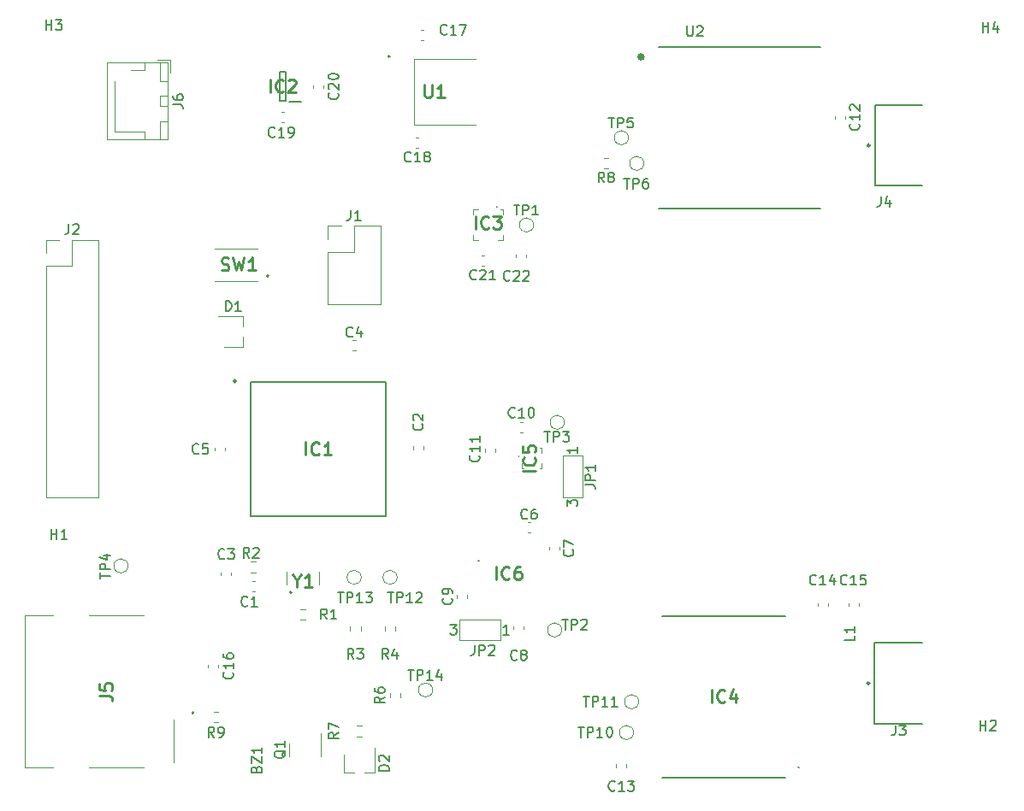
<source format=gto>
%TF.GenerationSoftware,KiCad,Pcbnew,6.0.9-8da3e8f707~116~ubuntu22.04.1*%
%TF.CreationDate,2023-09-17T15:53:30-04:00*%
%TF.ProjectId,Recovery_DoubleStage,5265636f-7665-4727-995f-446f75626c65,rev?*%
%TF.SameCoordinates,Original*%
%TF.FileFunction,Legend,Top*%
%TF.FilePolarity,Positive*%
%FSLAX46Y46*%
G04 Gerber Fmt 4.6, Leading zero omitted, Abs format (unit mm)*
G04 Created by KiCad (PCBNEW 6.0.9-8da3e8f707~116~ubuntu22.04.1) date 2023-09-17 15:53:30*
%MOMM*%
%LPD*%
G01*
G04 APERTURE LIST*
%ADD10C,0.150000*%
%ADD11C,0.254000*%
%ADD12C,0.120000*%
%ADD13C,0.200000*%
%ADD14C,0.250000*%
%ADD15C,0.100000*%
%ADD16C,0.010000*%
G04 APERTURE END LIST*
D10*
%TO.C,J6*%
X28266980Y-21598533D02*
X28981266Y-21598533D01*
X29124123Y-21646152D01*
X29219361Y-21741390D01*
X29266980Y-21884247D01*
X29266980Y-21979485D01*
X28266980Y-20693771D02*
X28266980Y-20884247D01*
X28314600Y-20979485D01*
X28362219Y-21027104D01*
X28505076Y-21122342D01*
X28695552Y-21169961D01*
X29076504Y-21169961D01*
X29171742Y-21122342D01*
X29219361Y-21074723D01*
X29266980Y-20979485D01*
X29266980Y-20789009D01*
X29219361Y-20693771D01*
X29171742Y-20646152D01*
X29076504Y-20598533D01*
X28838409Y-20598533D01*
X28743171Y-20646152D01*
X28695552Y-20693771D01*
X28647933Y-20789009D01*
X28647933Y-20979485D01*
X28695552Y-21074723D01*
X28743171Y-21122342D01*
X28838409Y-21169961D01*
%TO.C,C15*%
X94962742Y-69090142D02*
X94915123Y-69137761D01*
X94772266Y-69185380D01*
X94677028Y-69185380D01*
X94534171Y-69137761D01*
X94438933Y-69042523D01*
X94391314Y-68947285D01*
X94343695Y-68756809D01*
X94343695Y-68613952D01*
X94391314Y-68423476D01*
X94438933Y-68328238D01*
X94534171Y-68233000D01*
X94677028Y-68185380D01*
X94772266Y-68185380D01*
X94915123Y-68233000D01*
X94962742Y-68280619D01*
X95915123Y-69185380D02*
X95343695Y-69185380D01*
X95629409Y-69185380D02*
X95629409Y-68185380D01*
X95534171Y-68328238D01*
X95438933Y-68423476D01*
X95343695Y-68471095D01*
X96819885Y-68185380D02*
X96343695Y-68185380D01*
X96296076Y-68661571D01*
X96343695Y-68613952D01*
X96438933Y-68566333D01*
X96677028Y-68566333D01*
X96772266Y-68613952D01*
X96819885Y-68661571D01*
X96867504Y-68756809D01*
X96867504Y-68994904D01*
X96819885Y-69090142D01*
X96772266Y-69137761D01*
X96677028Y-69185380D01*
X96438933Y-69185380D01*
X96343695Y-69137761D01*
X96296076Y-69090142D01*
D11*
%TO.C,IC1*%
X41400238Y-56324523D02*
X41400238Y-55054523D01*
X42730714Y-56203571D02*
X42670238Y-56264047D01*
X42488809Y-56324523D01*
X42367857Y-56324523D01*
X42186428Y-56264047D01*
X42065476Y-56143095D01*
X42005000Y-56022142D01*
X41944523Y-55780238D01*
X41944523Y-55598809D01*
X42005000Y-55356904D01*
X42065476Y-55235952D01*
X42186428Y-55115000D01*
X42367857Y-55054523D01*
X42488809Y-55054523D01*
X42670238Y-55115000D01*
X42730714Y-55175476D01*
X43940238Y-56324523D02*
X43214523Y-56324523D01*
X43577380Y-56324523D02*
X43577380Y-55054523D01*
X43456428Y-55235952D01*
X43335476Y-55356904D01*
X43214523Y-55417380D01*
D10*
%TO.C,D1*%
X33479904Y-42068380D02*
X33479904Y-41068380D01*
X33718000Y-41068380D01*
X33860857Y-41116000D01*
X33956095Y-41211238D01*
X34003714Y-41306476D01*
X34051333Y-41496952D01*
X34051333Y-41639809D01*
X34003714Y-41830285D01*
X33956095Y-41925523D01*
X33860857Y-42020761D01*
X33718000Y-42068380D01*
X33479904Y-42068380D01*
X35003714Y-42068380D02*
X34432285Y-42068380D01*
X34718000Y-42068380D02*
X34718000Y-41068380D01*
X34622761Y-41211238D01*
X34527523Y-41306476D01*
X34432285Y-41354095D01*
D11*
%TO.C,IC5*%
X64155023Y-57885761D02*
X62885023Y-57885761D01*
X64034071Y-56555285D02*
X64094547Y-56615761D01*
X64155023Y-56797190D01*
X64155023Y-56918142D01*
X64094547Y-57099571D01*
X63973595Y-57220523D01*
X63852642Y-57281000D01*
X63610738Y-57341476D01*
X63429309Y-57341476D01*
X63187404Y-57281000D01*
X63066452Y-57220523D01*
X62945500Y-57099571D01*
X62885023Y-56918142D01*
X62885023Y-56797190D01*
X62945500Y-56615761D01*
X63005976Y-56555285D01*
X62885023Y-55406238D02*
X62885023Y-56011000D01*
X63489785Y-56071476D01*
X63429309Y-56011000D01*
X63368833Y-55890047D01*
X63368833Y-55587666D01*
X63429309Y-55466714D01*
X63489785Y-55406238D01*
X63610738Y-55345761D01*
X63913119Y-55345761D01*
X64034071Y-55406238D01*
X64094547Y-55466714D01*
X64155023Y-55587666D01*
X64155023Y-55890047D01*
X64094547Y-56011000D01*
X64034071Y-56071476D01*
D10*
%TO.C,TP12*%
X49537904Y-69934380D02*
X50109333Y-69934380D01*
X49823619Y-70934380D02*
X49823619Y-69934380D01*
X50442666Y-70934380D02*
X50442666Y-69934380D01*
X50823619Y-69934380D01*
X50918857Y-69982000D01*
X50966476Y-70029619D01*
X51014095Y-70124857D01*
X51014095Y-70267714D01*
X50966476Y-70362952D01*
X50918857Y-70410571D01*
X50823619Y-70458190D01*
X50442666Y-70458190D01*
X51966476Y-70934380D02*
X51395047Y-70934380D01*
X51680761Y-70934380D02*
X51680761Y-69934380D01*
X51585523Y-70077238D01*
X51490285Y-70172476D01*
X51395047Y-70220095D01*
X52347428Y-70029619D02*
X52395047Y-69982000D01*
X52490285Y-69934380D01*
X52728380Y-69934380D01*
X52823619Y-69982000D01*
X52871238Y-70029619D01*
X52918857Y-70124857D01*
X52918857Y-70220095D01*
X52871238Y-70362952D01*
X52299809Y-70934380D01*
X52918857Y-70934380D01*
D11*
%TO.C,IC3*%
X58196238Y-33927523D02*
X58196238Y-32657523D01*
X59526714Y-33806571D02*
X59466238Y-33867047D01*
X59284809Y-33927523D01*
X59163857Y-33927523D01*
X58982428Y-33867047D01*
X58861476Y-33746095D01*
X58801000Y-33625142D01*
X58740523Y-33383238D01*
X58740523Y-33201809D01*
X58801000Y-32959904D01*
X58861476Y-32838952D01*
X58982428Y-32718000D01*
X59163857Y-32657523D01*
X59284809Y-32657523D01*
X59466238Y-32718000D01*
X59526714Y-32778476D01*
X59950047Y-32657523D02*
X60736238Y-32657523D01*
X60312904Y-33141333D01*
X60494333Y-33141333D01*
X60615285Y-33201809D01*
X60675761Y-33262285D01*
X60736238Y-33383238D01*
X60736238Y-33685619D01*
X60675761Y-33806571D01*
X60615285Y-33867047D01*
X60494333Y-33927523D01*
X60131476Y-33927523D01*
X60010523Y-33867047D01*
X59950047Y-33806571D01*
D10*
%TO.C,H2*%
X108153295Y-83612380D02*
X108153295Y-82612380D01*
X108153295Y-83088571D02*
X108724723Y-83088571D01*
X108724723Y-83612380D02*
X108724723Y-82612380D01*
X109153295Y-82707619D02*
X109200914Y-82660000D01*
X109296152Y-82612380D01*
X109534247Y-82612380D01*
X109629485Y-82660000D01*
X109677104Y-82707619D01*
X109724723Y-82802857D01*
X109724723Y-82898095D01*
X109677104Y-83040952D01*
X109105676Y-83612380D01*
X109724723Y-83612380D01*
%TO.C,H4*%
X108407295Y-14422780D02*
X108407295Y-13422780D01*
X108407295Y-13898971D02*
X108978723Y-13898971D01*
X108978723Y-14422780D02*
X108978723Y-13422780D01*
X109883485Y-13756114D02*
X109883485Y-14422780D01*
X109645390Y-13375161D02*
X109407295Y-14089447D01*
X110026342Y-14089447D01*
%TO.C,TP14*%
X51524904Y-77610380D02*
X52096333Y-77610380D01*
X51810619Y-78610380D02*
X51810619Y-77610380D01*
X52429666Y-78610380D02*
X52429666Y-77610380D01*
X52810619Y-77610380D01*
X52905857Y-77658000D01*
X52953476Y-77705619D01*
X53001095Y-77800857D01*
X53001095Y-77943714D01*
X52953476Y-78038952D01*
X52905857Y-78086571D01*
X52810619Y-78134190D01*
X52429666Y-78134190D01*
X53953476Y-78610380D02*
X53382047Y-78610380D01*
X53667761Y-78610380D02*
X53667761Y-77610380D01*
X53572523Y-77753238D01*
X53477285Y-77848476D01*
X53382047Y-77896095D01*
X54810619Y-77943714D02*
X54810619Y-78610380D01*
X54572523Y-77562761D02*
X54334428Y-78277047D01*
X54953476Y-78277047D01*
%TO.C,C21*%
X58285142Y-38871142D02*
X58237523Y-38918761D01*
X58094666Y-38966380D01*
X57999428Y-38966380D01*
X57856571Y-38918761D01*
X57761333Y-38823523D01*
X57713714Y-38728285D01*
X57666095Y-38537809D01*
X57666095Y-38394952D01*
X57713714Y-38204476D01*
X57761333Y-38109238D01*
X57856571Y-38014000D01*
X57999428Y-37966380D01*
X58094666Y-37966380D01*
X58237523Y-38014000D01*
X58285142Y-38061619D01*
X58666095Y-38061619D02*
X58713714Y-38014000D01*
X58808952Y-37966380D01*
X59047047Y-37966380D01*
X59142285Y-38014000D01*
X59189904Y-38061619D01*
X59237523Y-38156857D01*
X59237523Y-38252095D01*
X59189904Y-38394952D01*
X58618476Y-38966380D01*
X59237523Y-38966380D01*
X60189904Y-38966380D02*
X59618476Y-38966380D01*
X59904190Y-38966380D02*
X59904190Y-37966380D01*
X59808952Y-38109238D01*
X59713714Y-38204476D01*
X59618476Y-38252095D01*
D11*
%TO.C,IC6*%
X60228238Y-68646523D02*
X60228238Y-67376523D01*
X61558714Y-68525571D02*
X61498238Y-68586047D01*
X61316809Y-68646523D01*
X61195857Y-68646523D01*
X61014428Y-68586047D01*
X60893476Y-68465095D01*
X60833000Y-68344142D01*
X60772523Y-68102238D01*
X60772523Y-67920809D01*
X60833000Y-67678904D01*
X60893476Y-67557952D01*
X61014428Y-67437000D01*
X61195857Y-67376523D01*
X61316809Y-67376523D01*
X61498238Y-67437000D01*
X61558714Y-67497476D01*
X62647285Y-67376523D02*
X62405380Y-67376523D01*
X62284428Y-67437000D01*
X62223952Y-67497476D01*
X62103000Y-67678904D01*
X62042523Y-67920809D01*
X62042523Y-68404619D01*
X62103000Y-68525571D01*
X62163476Y-68586047D01*
X62284428Y-68646523D01*
X62526333Y-68646523D01*
X62647285Y-68586047D01*
X62707761Y-68525571D01*
X62768238Y-68404619D01*
X62768238Y-68102238D01*
X62707761Y-67981285D01*
X62647285Y-67920809D01*
X62526333Y-67860333D01*
X62284428Y-67860333D01*
X62163476Y-67920809D01*
X62103000Y-67981285D01*
X62042523Y-68102238D01*
D10*
%TO.C,C22*%
X61596142Y-38965142D02*
X61548523Y-39012761D01*
X61405666Y-39060380D01*
X61310428Y-39060380D01*
X61167571Y-39012761D01*
X61072333Y-38917523D01*
X61024714Y-38822285D01*
X60977095Y-38631809D01*
X60977095Y-38488952D01*
X61024714Y-38298476D01*
X61072333Y-38203238D01*
X61167571Y-38108000D01*
X61310428Y-38060380D01*
X61405666Y-38060380D01*
X61548523Y-38108000D01*
X61596142Y-38155619D01*
X61977095Y-38155619D02*
X62024714Y-38108000D01*
X62119952Y-38060380D01*
X62358047Y-38060380D01*
X62453285Y-38108000D01*
X62500904Y-38155619D01*
X62548523Y-38250857D01*
X62548523Y-38346095D01*
X62500904Y-38488952D01*
X61929476Y-39060380D01*
X62548523Y-39060380D01*
X62929476Y-38155619D02*
X62977095Y-38108000D01*
X63072333Y-38060380D01*
X63310428Y-38060380D01*
X63405666Y-38108000D01*
X63453285Y-38155619D01*
X63500904Y-38250857D01*
X63500904Y-38346095D01*
X63453285Y-38488952D01*
X62881857Y-39060380D01*
X63500904Y-39060380D01*
%TO.C,R2*%
X35823075Y-66492380D02*
X35489742Y-66016190D01*
X35251646Y-66492380D02*
X35251646Y-65492380D01*
X35632599Y-65492380D01*
X35727837Y-65540000D01*
X35775456Y-65587619D01*
X35823075Y-65682857D01*
X35823075Y-65825714D01*
X35775456Y-65920952D01*
X35727837Y-65968571D01*
X35632599Y-66016190D01*
X35251646Y-66016190D01*
X36204027Y-65587619D02*
X36251646Y-65540000D01*
X36346884Y-65492380D01*
X36584980Y-65492380D01*
X36680218Y-65540000D01*
X36727837Y-65587619D01*
X36775456Y-65682857D01*
X36775456Y-65778095D01*
X36727837Y-65920952D01*
X36156408Y-66492380D01*
X36775456Y-66492380D01*
%TO.C,TP10*%
X68365904Y-83272380D02*
X68937333Y-83272380D01*
X68651619Y-84272380D02*
X68651619Y-83272380D01*
X69270666Y-84272380D02*
X69270666Y-83272380D01*
X69651619Y-83272380D01*
X69746857Y-83320000D01*
X69794476Y-83367619D01*
X69842095Y-83462857D01*
X69842095Y-83605714D01*
X69794476Y-83700952D01*
X69746857Y-83748571D01*
X69651619Y-83796190D01*
X69270666Y-83796190D01*
X70794476Y-84272380D02*
X70223047Y-84272380D01*
X70508761Y-84272380D02*
X70508761Y-83272380D01*
X70413523Y-83415238D01*
X70318285Y-83510476D01*
X70223047Y-83558095D01*
X71413523Y-83272380D02*
X71508761Y-83272380D01*
X71604000Y-83320000D01*
X71651619Y-83367619D01*
X71699238Y-83462857D01*
X71746857Y-83653333D01*
X71746857Y-83891428D01*
X71699238Y-84081904D01*
X71651619Y-84177142D01*
X71604000Y-84224761D01*
X71508761Y-84272380D01*
X71413523Y-84272380D01*
X71318285Y-84224761D01*
X71270666Y-84177142D01*
X71223047Y-84081904D01*
X71175428Y-83891428D01*
X71175428Y-83653333D01*
X71223047Y-83462857D01*
X71270666Y-83367619D01*
X71318285Y-83320000D01*
X71413523Y-83272380D01*
%TO.C,TP2*%
X66810095Y-72604380D02*
X67381523Y-72604380D01*
X67095809Y-73604380D02*
X67095809Y-72604380D01*
X67714857Y-73604380D02*
X67714857Y-72604380D01*
X68095809Y-72604380D01*
X68191047Y-72652000D01*
X68238666Y-72699619D01*
X68286285Y-72794857D01*
X68286285Y-72937714D01*
X68238666Y-73032952D01*
X68191047Y-73080571D01*
X68095809Y-73128190D01*
X67714857Y-73128190D01*
X68667238Y-72699619D02*
X68714857Y-72652000D01*
X68810095Y-72604380D01*
X69048190Y-72604380D01*
X69143428Y-72652000D01*
X69191047Y-72699619D01*
X69238666Y-72794857D01*
X69238666Y-72890095D01*
X69191047Y-73032952D01*
X68619619Y-73604380D01*
X69238666Y-73604380D01*
%TO.C,TP13*%
X44584904Y-69934380D02*
X45156333Y-69934380D01*
X44870619Y-70934380D02*
X44870619Y-69934380D01*
X45489666Y-70934380D02*
X45489666Y-69934380D01*
X45870619Y-69934380D01*
X45965857Y-69982000D01*
X46013476Y-70029619D01*
X46061095Y-70124857D01*
X46061095Y-70267714D01*
X46013476Y-70362952D01*
X45965857Y-70410571D01*
X45870619Y-70458190D01*
X45489666Y-70458190D01*
X47013476Y-70934380D02*
X46442047Y-70934380D01*
X46727761Y-70934380D02*
X46727761Y-69934380D01*
X46632523Y-70077238D01*
X46537285Y-70172476D01*
X46442047Y-70220095D01*
X47346809Y-69934380D02*
X47965857Y-69934380D01*
X47632523Y-70315333D01*
X47775380Y-70315333D01*
X47870619Y-70362952D01*
X47918238Y-70410571D01*
X47965857Y-70505809D01*
X47965857Y-70743904D01*
X47918238Y-70839142D01*
X47870619Y-70886761D01*
X47775380Y-70934380D01*
X47489666Y-70934380D01*
X47394428Y-70886761D01*
X47346809Y-70839142D01*
%TO.C,L1*%
X95703980Y-74205266D02*
X95703980Y-74681457D01*
X94703980Y-74681457D01*
X95703980Y-73348123D02*
X95703980Y-73919552D01*
X95703980Y-73633838D02*
X94703980Y-73633838D01*
X94846838Y-73729076D01*
X94942076Y-73824314D01*
X94989695Y-73919552D01*
%TO.C,C3*%
X33365333Y-66537722D02*
X33317714Y-66585341D01*
X33174857Y-66632960D01*
X33079619Y-66632960D01*
X32936761Y-66585341D01*
X32841523Y-66490103D01*
X32793904Y-66394865D01*
X32746285Y-66204389D01*
X32746285Y-66061532D01*
X32793904Y-65871056D01*
X32841523Y-65775818D01*
X32936761Y-65680580D01*
X33079619Y-65632960D01*
X33174857Y-65632960D01*
X33317714Y-65680580D01*
X33365333Y-65728199D01*
X33698666Y-65632960D02*
X34317714Y-65632960D01*
X33984380Y-66013913D01*
X34127238Y-66013913D01*
X34222476Y-66061532D01*
X34270095Y-66109151D01*
X34317714Y-66204389D01*
X34317714Y-66442484D01*
X34270095Y-66537722D01*
X34222476Y-66585341D01*
X34127238Y-66632960D01*
X33841523Y-66632960D01*
X33746285Y-66585341D01*
X33698666Y-66537722D01*
D11*
%TO.C,U1*%
X53138380Y-19624523D02*
X53138380Y-20652619D01*
X53198857Y-20773571D01*
X53259333Y-20834047D01*
X53380285Y-20894523D01*
X53622190Y-20894523D01*
X53743142Y-20834047D01*
X53803619Y-20773571D01*
X53864095Y-20652619D01*
X53864095Y-19624523D01*
X55134095Y-20894523D02*
X54408380Y-20894523D01*
X54771238Y-20894523D02*
X54771238Y-19624523D01*
X54650285Y-19805952D01*
X54529333Y-19926904D01*
X54408380Y-19987380D01*
D10*
%TO.C,C10*%
X62096642Y-52525142D02*
X62049023Y-52572761D01*
X61906166Y-52620380D01*
X61810928Y-52620380D01*
X61668071Y-52572761D01*
X61572833Y-52477523D01*
X61525214Y-52382285D01*
X61477595Y-52191809D01*
X61477595Y-52048952D01*
X61525214Y-51858476D01*
X61572833Y-51763238D01*
X61668071Y-51668000D01*
X61810928Y-51620380D01*
X61906166Y-51620380D01*
X62049023Y-51668000D01*
X62096642Y-51715619D01*
X63049023Y-52620380D02*
X62477595Y-52620380D01*
X62763309Y-52620380D02*
X62763309Y-51620380D01*
X62668071Y-51763238D01*
X62572833Y-51858476D01*
X62477595Y-51906095D01*
X63668071Y-51620380D02*
X63763309Y-51620380D01*
X63858547Y-51668000D01*
X63906166Y-51715619D01*
X63953785Y-51810857D01*
X64001404Y-52001333D01*
X64001404Y-52239428D01*
X63953785Y-52429904D01*
X63906166Y-52525142D01*
X63858547Y-52572761D01*
X63763309Y-52620380D01*
X63668071Y-52620380D01*
X63572833Y-52572761D01*
X63525214Y-52525142D01*
X63477595Y-52429904D01*
X63429976Y-52239428D01*
X63429976Y-52001333D01*
X63477595Y-51810857D01*
X63525214Y-51715619D01*
X63572833Y-51668000D01*
X63668071Y-51620380D01*
%TO.C,JP1*%
X69071880Y-59287333D02*
X69786166Y-59287333D01*
X69929023Y-59334952D01*
X70024261Y-59430190D01*
X70071880Y-59573047D01*
X70071880Y-59668285D01*
X70071880Y-58811142D02*
X69071880Y-58811142D01*
X69071880Y-58430190D01*
X69119500Y-58334952D01*
X69167119Y-58287333D01*
X69262357Y-58239714D01*
X69405214Y-58239714D01*
X69500452Y-58287333D01*
X69548071Y-58334952D01*
X69595690Y-58430190D01*
X69595690Y-58811142D01*
X70071880Y-57287333D02*
X70071880Y-57858761D01*
X70071880Y-57573047D02*
X69071880Y-57573047D01*
X69214738Y-57668285D01*
X69309976Y-57763523D01*
X69357595Y-57858761D01*
X67271880Y-61387333D02*
X67271880Y-60768285D01*
X67652833Y-61101619D01*
X67652833Y-60958761D01*
X67700452Y-60863523D01*
X67748071Y-60815904D01*
X67843309Y-60768285D01*
X68081404Y-60768285D01*
X68176642Y-60815904D01*
X68224261Y-60863523D01*
X68271880Y-60958761D01*
X68271880Y-61244476D01*
X68224261Y-61339714D01*
X68176642Y-61387333D01*
X68271880Y-55568285D02*
X68271880Y-56139714D01*
X68271880Y-55854000D02*
X67271880Y-55854000D01*
X67414738Y-55949238D01*
X67509976Y-56044476D01*
X67557595Y-56139714D01*
%TO.C,J1*%
X45857666Y-32059380D02*
X45857666Y-32773666D01*
X45810047Y-32916523D01*
X45714809Y-33011761D01*
X45571952Y-33059380D01*
X45476714Y-33059380D01*
X46857666Y-33059380D02*
X46286238Y-33059380D01*
X46571952Y-33059380D02*
X46571952Y-32059380D01*
X46476714Y-32202238D01*
X46381476Y-32297476D01*
X46286238Y-32345095D01*
%TO.C,C5*%
X30798333Y-56117142D02*
X30750714Y-56164761D01*
X30607857Y-56212380D01*
X30512619Y-56212380D01*
X30369761Y-56164761D01*
X30274523Y-56069523D01*
X30226904Y-55974285D01*
X30179285Y-55783809D01*
X30179285Y-55640952D01*
X30226904Y-55450476D01*
X30274523Y-55355238D01*
X30369761Y-55260000D01*
X30512619Y-55212380D01*
X30607857Y-55212380D01*
X30750714Y-55260000D01*
X30798333Y-55307619D01*
X31703095Y-55212380D02*
X31226904Y-55212380D01*
X31179285Y-55688571D01*
X31226904Y-55640952D01*
X31322142Y-55593333D01*
X31560238Y-55593333D01*
X31655476Y-55640952D01*
X31703095Y-55688571D01*
X31750714Y-55783809D01*
X31750714Y-56021904D01*
X31703095Y-56117142D01*
X31655476Y-56164761D01*
X31560238Y-56212380D01*
X31322142Y-56212380D01*
X31226904Y-56164761D01*
X31179285Y-56117142D01*
%TO.C,C7*%
X67815142Y-65726666D02*
X67862761Y-65774285D01*
X67910380Y-65917142D01*
X67910380Y-66012380D01*
X67862761Y-66155238D01*
X67767523Y-66250476D01*
X67672285Y-66298095D01*
X67481809Y-66345714D01*
X67338952Y-66345714D01*
X67148476Y-66298095D01*
X67053238Y-66250476D01*
X66958000Y-66155238D01*
X66910380Y-66012380D01*
X66910380Y-65917142D01*
X66958000Y-65774285D01*
X67005619Y-65726666D01*
X66910380Y-65393333D02*
X66910380Y-64726666D01*
X67910380Y-65155238D01*
%TO.C,H3*%
X15697295Y-14219580D02*
X15697295Y-13219580D01*
X15697295Y-13695771D02*
X16268723Y-13695771D01*
X16268723Y-14219580D02*
X16268723Y-13219580D01*
X16649676Y-13219580D02*
X17268723Y-13219580D01*
X16935390Y-13600533D01*
X17078247Y-13600533D01*
X17173485Y-13648152D01*
X17221104Y-13695771D01*
X17268723Y-13791009D01*
X17268723Y-14029104D01*
X17221104Y-14124342D01*
X17173485Y-14171961D01*
X17078247Y-14219580D01*
X16792533Y-14219580D01*
X16697295Y-14171961D01*
X16649676Y-14124342D01*
%TO.C,R7*%
X44635380Y-83836666D02*
X44159190Y-84170000D01*
X44635380Y-84408095D02*
X43635380Y-84408095D01*
X43635380Y-84027142D01*
X43683000Y-83931904D01*
X43730619Y-83884285D01*
X43825857Y-83836666D01*
X43968714Y-83836666D01*
X44063952Y-83884285D01*
X44111571Y-83931904D01*
X44159190Y-84027142D01*
X44159190Y-84408095D01*
X43635380Y-83503333D02*
X43635380Y-82836666D01*
X44635380Y-83265238D01*
%TO.C,R1*%
X43498333Y-72582380D02*
X43165000Y-72106190D01*
X42926904Y-72582380D02*
X42926904Y-71582380D01*
X43307857Y-71582380D01*
X43403095Y-71630000D01*
X43450714Y-71677619D01*
X43498333Y-71772857D01*
X43498333Y-71915714D01*
X43450714Y-72010952D01*
X43403095Y-72058571D01*
X43307857Y-72106190D01*
X42926904Y-72106190D01*
X44450714Y-72582380D02*
X43879285Y-72582380D01*
X44165000Y-72582380D02*
X44165000Y-71582380D01*
X44069761Y-71725238D01*
X43974523Y-71820476D01*
X43879285Y-71868095D01*
%TO.C,R3*%
X46156333Y-76522380D02*
X45823000Y-76046190D01*
X45584904Y-76522380D02*
X45584904Y-75522380D01*
X45965857Y-75522380D01*
X46061095Y-75570000D01*
X46108714Y-75617619D01*
X46156333Y-75712857D01*
X46156333Y-75855714D01*
X46108714Y-75950952D01*
X46061095Y-75998571D01*
X45965857Y-76046190D01*
X45584904Y-76046190D01*
X46489666Y-75522380D02*
X47108714Y-75522380D01*
X46775380Y-75903333D01*
X46918238Y-75903333D01*
X47013476Y-75950952D01*
X47061095Y-75998571D01*
X47108714Y-76093809D01*
X47108714Y-76331904D01*
X47061095Y-76427142D01*
X47013476Y-76474761D01*
X46918238Y-76522380D01*
X46632523Y-76522380D01*
X46537285Y-76474761D01*
X46489666Y-76427142D01*
%TO.C,TP1*%
X61993095Y-31532380D02*
X62564523Y-31532380D01*
X62278809Y-32532380D02*
X62278809Y-31532380D01*
X62897857Y-32532380D02*
X62897857Y-31532380D01*
X63278809Y-31532380D01*
X63374047Y-31580000D01*
X63421666Y-31627619D01*
X63469285Y-31722857D01*
X63469285Y-31865714D01*
X63421666Y-31960952D01*
X63374047Y-32008571D01*
X63278809Y-32056190D01*
X62897857Y-32056190D01*
X64421666Y-32532380D02*
X63850238Y-32532380D01*
X64135952Y-32532380D02*
X64135952Y-31532380D01*
X64040714Y-31675238D01*
X63945476Y-31770476D01*
X63850238Y-31818095D01*
%TO.C,TP5*%
X71382095Y-22896380D02*
X71953523Y-22896380D01*
X71667809Y-23896380D02*
X71667809Y-22896380D01*
X72286857Y-23896380D02*
X72286857Y-22896380D01*
X72667809Y-22896380D01*
X72763047Y-22944000D01*
X72810666Y-22991619D01*
X72858285Y-23086857D01*
X72858285Y-23229714D01*
X72810666Y-23324952D01*
X72763047Y-23372571D01*
X72667809Y-23420190D01*
X72286857Y-23420190D01*
X73763047Y-22896380D02*
X73286857Y-22896380D01*
X73239238Y-23372571D01*
X73286857Y-23324952D01*
X73382095Y-23277333D01*
X73620190Y-23277333D01*
X73715428Y-23324952D01*
X73763047Y-23372571D01*
X73810666Y-23467809D01*
X73810666Y-23705904D01*
X73763047Y-23801142D01*
X73715428Y-23848761D01*
X73620190Y-23896380D01*
X73382095Y-23896380D01*
X73286857Y-23848761D01*
X73239238Y-23801142D01*
%TO.C,C1*%
X35642333Y-71228142D02*
X35594714Y-71275761D01*
X35451857Y-71323380D01*
X35356619Y-71323380D01*
X35213761Y-71275761D01*
X35118523Y-71180523D01*
X35070904Y-71085285D01*
X35023285Y-70894809D01*
X35023285Y-70751952D01*
X35070904Y-70561476D01*
X35118523Y-70466238D01*
X35213761Y-70371000D01*
X35356619Y-70323380D01*
X35451857Y-70323380D01*
X35594714Y-70371000D01*
X35642333Y-70418619D01*
X36594714Y-71323380D02*
X36023285Y-71323380D01*
X36309000Y-71323380D02*
X36309000Y-70323380D01*
X36213761Y-70466238D01*
X36118523Y-70561476D01*
X36023285Y-70609095D01*
%TO.C,R6*%
X49207380Y-80293666D02*
X48731190Y-80627000D01*
X49207380Y-80865095D02*
X48207380Y-80865095D01*
X48207380Y-80484142D01*
X48255000Y-80388904D01*
X48302619Y-80341285D01*
X48397857Y-80293666D01*
X48540714Y-80293666D01*
X48635952Y-80341285D01*
X48683571Y-80388904D01*
X48731190Y-80484142D01*
X48731190Y-80865095D01*
X48207380Y-79436523D02*
X48207380Y-79627000D01*
X48255000Y-79722238D01*
X48302619Y-79769857D01*
X48445476Y-79865095D01*
X48635952Y-79912714D01*
X49016904Y-79912714D01*
X49112142Y-79865095D01*
X49159761Y-79817476D01*
X49207380Y-79722238D01*
X49207380Y-79531761D01*
X49159761Y-79436523D01*
X49112142Y-79388904D01*
X49016904Y-79341285D01*
X48778809Y-79341285D01*
X48683571Y-79388904D01*
X48635952Y-79436523D01*
X48588333Y-79531761D01*
X48588333Y-79722238D01*
X48635952Y-79817476D01*
X48683571Y-79865095D01*
X48778809Y-79912714D01*
%TO.C,R8*%
X70953333Y-29314380D02*
X70620000Y-28838190D01*
X70381904Y-29314380D02*
X70381904Y-28314380D01*
X70762857Y-28314380D01*
X70858095Y-28362000D01*
X70905714Y-28409619D01*
X70953333Y-28504857D01*
X70953333Y-28647714D01*
X70905714Y-28742952D01*
X70858095Y-28790571D01*
X70762857Y-28838190D01*
X70381904Y-28838190D01*
X71524761Y-28742952D02*
X71429523Y-28695333D01*
X71381904Y-28647714D01*
X71334285Y-28552476D01*
X71334285Y-28504857D01*
X71381904Y-28409619D01*
X71429523Y-28362000D01*
X71524761Y-28314380D01*
X71715238Y-28314380D01*
X71810476Y-28362000D01*
X71858095Y-28409619D01*
X71905714Y-28504857D01*
X71905714Y-28552476D01*
X71858095Y-28647714D01*
X71810476Y-28695333D01*
X71715238Y-28742952D01*
X71524761Y-28742952D01*
X71429523Y-28790571D01*
X71381904Y-28838190D01*
X71334285Y-28933428D01*
X71334285Y-29123904D01*
X71381904Y-29219142D01*
X71429523Y-29266761D01*
X71524761Y-29314380D01*
X71715238Y-29314380D01*
X71810476Y-29266761D01*
X71858095Y-29219142D01*
X71905714Y-29123904D01*
X71905714Y-28933428D01*
X71858095Y-28838190D01*
X71810476Y-28790571D01*
X71715238Y-28742952D01*
%TO.C,C14*%
X91914742Y-69090142D02*
X91867123Y-69137761D01*
X91724266Y-69185380D01*
X91629028Y-69185380D01*
X91486171Y-69137761D01*
X91390933Y-69042523D01*
X91343314Y-68947285D01*
X91295695Y-68756809D01*
X91295695Y-68613952D01*
X91343314Y-68423476D01*
X91390933Y-68328238D01*
X91486171Y-68233000D01*
X91629028Y-68185380D01*
X91724266Y-68185380D01*
X91867123Y-68233000D01*
X91914742Y-68280619D01*
X92867123Y-69185380D02*
X92295695Y-69185380D01*
X92581409Y-69185380D02*
X92581409Y-68185380D01*
X92486171Y-68328238D01*
X92390933Y-68423476D01*
X92295695Y-68471095D01*
X93724266Y-68518714D02*
X93724266Y-69185380D01*
X93486171Y-68137761D02*
X93248076Y-68852047D01*
X93867123Y-68852047D01*
%TO.C,D2*%
X49638380Y-87606095D02*
X48638380Y-87606095D01*
X48638380Y-87368000D01*
X48686000Y-87225142D01*
X48781238Y-87129904D01*
X48876476Y-87082285D01*
X49066952Y-87034666D01*
X49209809Y-87034666D01*
X49400285Y-87082285D01*
X49495523Y-87129904D01*
X49590761Y-87225142D01*
X49638380Y-87368000D01*
X49638380Y-87606095D01*
X48733619Y-86653714D02*
X48686000Y-86606095D01*
X48638380Y-86510857D01*
X48638380Y-86272761D01*
X48686000Y-86177523D01*
X48733619Y-86129904D01*
X48828857Y-86082285D01*
X48924095Y-86082285D01*
X49066952Y-86129904D01*
X49638380Y-86701333D01*
X49638380Y-86082285D01*
%TO.C,TP11*%
X68873904Y-80224380D02*
X69445333Y-80224380D01*
X69159619Y-81224380D02*
X69159619Y-80224380D01*
X69778666Y-81224380D02*
X69778666Y-80224380D01*
X70159619Y-80224380D01*
X70254857Y-80272000D01*
X70302476Y-80319619D01*
X70350095Y-80414857D01*
X70350095Y-80557714D01*
X70302476Y-80652952D01*
X70254857Y-80700571D01*
X70159619Y-80748190D01*
X69778666Y-80748190D01*
X71302476Y-81224380D02*
X70731047Y-81224380D01*
X71016761Y-81224380D02*
X71016761Y-80224380D01*
X70921523Y-80367238D01*
X70826285Y-80462476D01*
X70731047Y-80510095D01*
X72254857Y-81224380D02*
X71683428Y-81224380D01*
X71969142Y-81224380D02*
X71969142Y-80224380D01*
X71873904Y-80367238D01*
X71778666Y-80462476D01*
X71683428Y-80510095D01*
%TO.C,C12*%
X96143868Y-23502857D02*
X96191487Y-23550476D01*
X96239106Y-23693333D01*
X96239106Y-23788571D01*
X96191487Y-23931428D01*
X96096249Y-24026666D01*
X96001011Y-24074285D01*
X95810535Y-24121904D01*
X95667678Y-24121904D01*
X95477202Y-24074285D01*
X95381964Y-24026666D01*
X95286726Y-23931428D01*
X95239106Y-23788571D01*
X95239106Y-23693333D01*
X95286726Y-23550476D01*
X95334345Y-23502857D01*
X96239106Y-22550476D02*
X96239106Y-23121904D01*
X96239106Y-22836190D02*
X95239106Y-22836190D01*
X95381964Y-22931428D01*
X95477202Y-23026666D01*
X95524821Y-23121904D01*
X95334345Y-22169523D02*
X95286726Y-22121904D01*
X95239106Y-22026666D01*
X95239106Y-21788571D01*
X95286726Y-21693333D01*
X95334345Y-21645714D01*
X95429583Y-21598095D01*
X95524821Y-21598095D01*
X95667678Y-21645714D01*
X96239106Y-22217142D01*
X96239106Y-21598095D01*
%TO.C,C4*%
X46038333Y-44547142D02*
X45990714Y-44594761D01*
X45847857Y-44642380D01*
X45752619Y-44642380D01*
X45609761Y-44594761D01*
X45514523Y-44499523D01*
X45466904Y-44404285D01*
X45419285Y-44213809D01*
X45419285Y-44070952D01*
X45466904Y-43880476D01*
X45514523Y-43785238D01*
X45609761Y-43690000D01*
X45752619Y-43642380D01*
X45847857Y-43642380D01*
X45990714Y-43690000D01*
X46038333Y-43737619D01*
X46895476Y-43975714D02*
X46895476Y-44642380D01*
X46657380Y-43594761D02*
X46419285Y-44309047D01*
X47038333Y-44309047D01*
%TO.C,J3*%
X99771023Y-83094580D02*
X99771023Y-83808866D01*
X99723404Y-83951723D01*
X99628166Y-84046961D01*
X99485309Y-84094580D01*
X99390071Y-84094580D01*
X100151976Y-83094580D02*
X100771023Y-83094580D01*
X100437690Y-83475533D01*
X100580547Y-83475533D01*
X100675785Y-83523152D01*
X100723404Y-83570771D01*
X100771023Y-83666009D01*
X100771023Y-83904104D01*
X100723404Y-83999342D01*
X100675785Y-84046961D01*
X100580547Y-84094580D01*
X100294833Y-84094580D01*
X100199595Y-84046961D01*
X100151976Y-83999342D01*
D11*
%TO.C,J5*%
X20990523Y-80179333D02*
X21897666Y-80179333D01*
X22079095Y-80239809D01*
X22200047Y-80360761D01*
X22260523Y-80542190D01*
X22260523Y-80663142D01*
X20990523Y-78969809D02*
X20990523Y-79574571D01*
X21595285Y-79635047D01*
X21534809Y-79574571D01*
X21474333Y-79453619D01*
X21474333Y-79151238D01*
X21534809Y-79030285D01*
X21595285Y-78969809D01*
X21716238Y-78909333D01*
X22018619Y-78909333D01*
X22139571Y-78969809D01*
X22200047Y-79030285D01*
X22260523Y-79151238D01*
X22260523Y-79453619D01*
X22200047Y-79574571D01*
X22139571Y-79635047D01*
D10*
%TO.C,C6*%
X63333333Y-62577142D02*
X63285714Y-62624761D01*
X63142857Y-62672380D01*
X63047619Y-62672380D01*
X62904761Y-62624761D01*
X62809523Y-62529523D01*
X62761904Y-62434285D01*
X62714285Y-62243809D01*
X62714285Y-62100952D01*
X62761904Y-61910476D01*
X62809523Y-61815238D01*
X62904761Y-61720000D01*
X63047619Y-61672380D01*
X63142857Y-61672380D01*
X63285714Y-61720000D01*
X63333333Y-61767619D01*
X64190476Y-61672380D02*
X64000000Y-61672380D01*
X63904761Y-61720000D01*
X63857142Y-61767619D01*
X63761904Y-61910476D01*
X63714285Y-62100952D01*
X63714285Y-62481904D01*
X63761904Y-62577142D01*
X63809523Y-62624761D01*
X63904761Y-62672380D01*
X64095238Y-62672380D01*
X64190476Y-62624761D01*
X64238095Y-62577142D01*
X64285714Y-62481904D01*
X64285714Y-62243809D01*
X64238095Y-62148571D01*
X64190476Y-62100952D01*
X64095238Y-62053333D01*
X63904761Y-62053333D01*
X63809523Y-62100952D01*
X63761904Y-62148571D01*
X63714285Y-62243809D01*
%TO.C,BZ1*%
X36504571Y-87444152D02*
X36552190Y-87301295D01*
X36599809Y-87253676D01*
X36695047Y-87206057D01*
X36837904Y-87206057D01*
X36933142Y-87253676D01*
X36980761Y-87301295D01*
X37028380Y-87396533D01*
X37028380Y-87777485D01*
X36028380Y-87777485D01*
X36028380Y-87444152D01*
X36076000Y-87348914D01*
X36123619Y-87301295D01*
X36218857Y-87253676D01*
X36314095Y-87253676D01*
X36409333Y-87301295D01*
X36456952Y-87348914D01*
X36504571Y-87444152D01*
X36504571Y-87777485D01*
X36028380Y-86872723D02*
X36028380Y-86206057D01*
X37028380Y-86872723D01*
X37028380Y-86206057D01*
X37028380Y-85301295D02*
X37028380Y-85872723D01*
X37028380Y-85587009D02*
X36028380Y-85587009D01*
X36171238Y-85682247D01*
X36266476Y-85777485D01*
X36314095Y-85872723D01*
%TO.C,C18*%
X51799142Y-27187142D02*
X51751523Y-27234761D01*
X51608666Y-27282380D01*
X51513428Y-27282380D01*
X51370571Y-27234761D01*
X51275333Y-27139523D01*
X51227714Y-27044285D01*
X51180095Y-26853809D01*
X51180095Y-26710952D01*
X51227714Y-26520476D01*
X51275333Y-26425238D01*
X51370571Y-26330000D01*
X51513428Y-26282380D01*
X51608666Y-26282380D01*
X51751523Y-26330000D01*
X51799142Y-26377619D01*
X52751523Y-27282380D02*
X52180095Y-27282380D01*
X52465809Y-27282380D02*
X52465809Y-26282380D01*
X52370571Y-26425238D01*
X52275333Y-26520476D01*
X52180095Y-26568095D01*
X53322952Y-26710952D02*
X53227714Y-26663333D01*
X53180095Y-26615714D01*
X53132476Y-26520476D01*
X53132476Y-26472857D01*
X53180095Y-26377619D01*
X53227714Y-26330000D01*
X53322952Y-26282380D01*
X53513428Y-26282380D01*
X53608666Y-26330000D01*
X53656285Y-26377619D01*
X53703904Y-26472857D01*
X53703904Y-26520476D01*
X53656285Y-26615714D01*
X53608666Y-26663333D01*
X53513428Y-26710952D01*
X53322952Y-26710952D01*
X53227714Y-26758571D01*
X53180095Y-26806190D01*
X53132476Y-26901428D01*
X53132476Y-27091904D01*
X53180095Y-27187142D01*
X53227714Y-27234761D01*
X53322952Y-27282380D01*
X53513428Y-27282380D01*
X53608666Y-27234761D01*
X53656285Y-27187142D01*
X53703904Y-27091904D01*
X53703904Y-26901428D01*
X53656285Y-26806190D01*
X53608666Y-26758571D01*
X53513428Y-26710952D01*
D11*
%TO.C,IC4*%
X81564238Y-80838523D02*
X81564238Y-79568523D01*
X82894714Y-80717571D02*
X82834238Y-80778047D01*
X82652809Y-80838523D01*
X82531857Y-80838523D01*
X82350428Y-80778047D01*
X82229476Y-80657095D01*
X82169000Y-80536142D01*
X82108523Y-80294238D01*
X82108523Y-80112809D01*
X82169000Y-79870904D01*
X82229476Y-79749952D01*
X82350428Y-79629000D01*
X82531857Y-79568523D01*
X82652809Y-79568523D01*
X82834238Y-79629000D01*
X82894714Y-79689476D01*
X83983285Y-79991857D02*
X83983285Y-80838523D01*
X83680904Y-79508047D02*
X83378523Y-80415190D01*
X84164714Y-80415190D01*
D10*
%TO.C,C16*%
X34134142Y-77858857D02*
X34181761Y-77906476D01*
X34229380Y-78049333D01*
X34229380Y-78144571D01*
X34181761Y-78287428D01*
X34086523Y-78382666D01*
X33991285Y-78430285D01*
X33800809Y-78477904D01*
X33657952Y-78477904D01*
X33467476Y-78430285D01*
X33372238Y-78382666D01*
X33277000Y-78287428D01*
X33229380Y-78144571D01*
X33229380Y-78049333D01*
X33277000Y-77906476D01*
X33324619Y-77858857D01*
X34229380Y-76906476D02*
X34229380Y-77477904D01*
X34229380Y-77192190D02*
X33229380Y-77192190D01*
X33372238Y-77287428D01*
X33467476Y-77382666D01*
X33515095Y-77477904D01*
X33229380Y-76049333D02*
X33229380Y-76239809D01*
X33277000Y-76335047D01*
X33324619Y-76382666D01*
X33467476Y-76477904D01*
X33657952Y-76525523D01*
X34038904Y-76525523D01*
X34134142Y-76477904D01*
X34181761Y-76430285D01*
X34229380Y-76335047D01*
X34229380Y-76144571D01*
X34181761Y-76049333D01*
X34134142Y-76001714D01*
X34038904Y-75954095D01*
X33800809Y-75954095D01*
X33705571Y-76001714D01*
X33657952Y-76049333D01*
X33610333Y-76144571D01*
X33610333Y-76335047D01*
X33657952Y-76430285D01*
X33705571Y-76477904D01*
X33800809Y-76525523D01*
%TO.C,J4*%
X98313023Y-30694380D02*
X98313023Y-31408666D01*
X98265404Y-31551523D01*
X98170166Y-31646761D01*
X98027309Y-31694380D01*
X97932071Y-31694380D01*
X99217785Y-31027714D02*
X99217785Y-31694380D01*
X98979690Y-30646761D02*
X98741595Y-31361047D01*
X99360642Y-31361047D01*
%TO.C,C20*%
X44553142Y-20454857D02*
X44600761Y-20502476D01*
X44648380Y-20645333D01*
X44648380Y-20740571D01*
X44600761Y-20883428D01*
X44505523Y-20978666D01*
X44410285Y-21026285D01*
X44219809Y-21073904D01*
X44076952Y-21073904D01*
X43886476Y-21026285D01*
X43791238Y-20978666D01*
X43696000Y-20883428D01*
X43648380Y-20740571D01*
X43648380Y-20645333D01*
X43696000Y-20502476D01*
X43743619Y-20454857D01*
X43743619Y-20073904D02*
X43696000Y-20026285D01*
X43648380Y-19931047D01*
X43648380Y-19692952D01*
X43696000Y-19597714D01*
X43743619Y-19550095D01*
X43838857Y-19502476D01*
X43934095Y-19502476D01*
X44076952Y-19550095D01*
X44648380Y-20121523D01*
X44648380Y-19502476D01*
X43648380Y-18883428D02*
X43648380Y-18788190D01*
X43696000Y-18692952D01*
X43743619Y-18645333D01*
X43838857Y-18597714D01*
X44029333Y-18550095D01*
X44267428Y-18550095D01*
X44457904Y-18597714D01*
X44553142Y-18645333D01*
X44600761Y-18692952D01*
X44648380Y-18788190D01*
X44648380Y-18883428D01*
X44600761Y-18978666D01*
X44553142Y-19026285D01*
X44457904Y-19073904D01*
X44267428Y-19121523D01*
X44029333Y-19121523D01*
X43838857Y-19073904D01*
X43743619Y-19026285D01*
X43696000Y-18978666D01*
X43648380Y-18883428D01*
%TO.C,C8*%
X62317333Y-76557142D02*
X62269714Y-76604761D01*
X62126857Y-76652380D01*
X62031619Y-76652380D01*
X61888761Y-76604761D01*
X61793523Y-76509523D01*
X61745904Y-76414285D01*
X61698285Y-76223809D01*
X61698285Y-76080952D01*
X61745904Y-75890476D01*
X61793523Y-75795238D01*
X61888761Y-75700000D01*
X62031619Y-75652380D01*
X62126857Y-75652380D01*
X62269714Y-75700000D01*
X62317333Y-75747619D01*
X62888761Y-76080952D02*
X62793523Y-76033333D01*
X62745904Y-75985714D01*
X62698285Y-75890476D01*
X62698285Y-75842857D01*
X62745904Y-75747619D01*
X62793523Y-75700000D01*
X62888761Y-75652380D01*
X63079238Y-75652380D01*
X63174476Y-75700000D01*
X63222095Y-75747619D01*
X63269714Y-75842857D01*
X63269714Y-75890476D01*
X63222095Y-75985714D01*
X63174476Y-76033333D01*
X63079238Y-76080952D01*
X62888761Y-76080952D01*
X62793523Y-76128571D01*
X62745904Y-76176190D01*
X62698285Y-76271428D01*
X62698285Y-76461904D01*
X62745904Y-76557142D01*
X62793523Y-76604761D01*
X62888761Y-76652380D01*
X63079238Y-76652380D01*
X63174476Y-76604761D01*
X63222095Y-76557142D01*
X63269714Y-76461904D01*
X63269714Y-76271428D01*
X63222095Y-76176190D01*
X63174476Y-76128571D01*
X63079238Y-76080952D01*
%TO.C,C2*%
X52912142Y-53246666D02*
X52959761Y-53294285D01*
X53007380Y-53437142D01*
X53007380Y-53532380D01*
X52959761Y-53675238D01*
X52864523Y-53770476D01*
X52769285Y-53818095D01*
X52578809Y-53865714D01*
X52435952Y-53865714D01*
X52245476Y-53818095D01*
X52150238Y-53770476D01*
X52055000Y-53675238D01*
X52007380Y-53532380D01*
X52007380Y-53437142D01*
X52055000Y-53294285D01*
X52102619Y-53246666D01*
X52102619Y-52865714D02*
X52055000Y-52818095D01*
X52007380Y-52722857D01*
X52007380Y-52484761D01*
X52055000Y-52389523D01*
X52102619Y-52341904D01*
X52197857Y-52294285D01*
X52293095Y-52294285D01*
X52435952Y-52341904D01*
X53007380Y-52913333D01*
X53007380Y-52294285D01*
%TO.C,J2*%
X17949666Y-33449380D02*
X17949666Y-34163666D01*
X17902047Y-34306523D01*
X17806809Y-34401761D01*
X17663952Y-34449380D01*
X17568714Y-34449380D01*
X18378238Y-33544619D02*
X18425857Y-33497000D01*
X18521095Y-33449380D01*
X18759190Y-33449380D01*
X18854428Y-33497000D01*
X18902047Y-33544619D01*
X18949666Y-33639857D01*
X18949666Y-33735095D01*
X18902047Y-33877952D01*
X18330619Y-34449380D01*
X18949666Y-34449380D01*
%TO.C,R4*%
X49585333Y-76522380D02*
X49252000Y-76046190D01*
X49013904Y-76522380D02*
X49013904Y-75522380D01*
X49394857Y-75522380D01*
X49490095Y-75570000D01*
X49537714Y-75617619D01*
X49585333Y-75712857D01*
X49585333Y-75855714D01*
X49537714Y-75950952D01*
X49490095Y-75998571D01*
X49394857Y-76046190D01*
X49013904Y-76046190D01*
X50442476Y-75855714D02*
X50442476Y-76522380D01*
X50204380Y-75474761D02*
X49966285Y-76189047D01*
X50585333Y-76189047D01*
%TO.C,U2*%
X79131142Y-13824158D02*
X79131142Y-14635230D01*
X79178852Y-14730651D01*
X79226563Y-14778361D01*
X79321983Y-14826071D01*
X79512823Y-14826071D01*
X79608244Y-14778361D01*
X79655954Y-14730651D01*
X79703664Y-14635230D01*
X79703664Y-13824158D01*
X80133055Y-13919578D02*
X80180765Y-13871868D01*
X80276186Y-13824158D01*
X80514736Y-13824158D01*
X80610157Y-13871868D01*
X80657867Y-13919578D01*
X80705577Y-14014998D01*
X80705577Y-14110419D01*
X80657867Y-14253549D01*
X80085345Y-14826071D01*
X80705577Y-14826071D01*
%TO.C,TP6*%
X72906095Y-28916380D02*
X73477523Y-28916380D01*
X73191809Y-29916380D02*
X73191809Y-28916380D01*
X73810857Y-29916380D02*
X73810857Y-28916380D01*
X74191809Y-28916380D01*
X74287047Y-28964000D01*
X74334666Y-29011619D01*
X74382285Y-29106857D01*
X74382285Y-29249714D01*
X74334666Y-29344952D01*
X74287047Y-29392571D01*
X74191809Y-29440190D01*
X73810857Y-29440190D01*
X75239428Y-28916380D02*
X75048952Y-28916380D01*
X74953714Y-28964000D01*
X74906095Y-29011619D01*
X74810857Y-29154476D01*
X74763238Y-29344952D01*
X74763238Y-29725904D01*
X74810857Y-29821142D01*
X74858476Y-29868761D01*
X74953714Y-29916380D01*
X75144190Y-29916380D01*
X75239428Y-29868761D01*
X75287047Y-29821142D01*
X75334666Y-29725904D01*
X75334666Y-29487809D01*
X75287047Y-29392571D01*
X75239428Y-29344952D01*
X75144190Y-29297333D01*
X74953714Y-29297333D01*
X74858476Y-29344952D01*
X74810857Y-29392571D01*
X74763238Y-29487809D01*
%TO.C,JP2*%
X58094666Y-75144380D02*
X58094666Y-75858666D01*
X58047047Y-76001523D01*
X57951809Y-76096761D01*
X57808952Y-76144380D01*
X57713714Y-76144380D01*
X58570857Y-76144380D02*
X58570857Y-75144380D01*
X58951809Y-75144380D01*
X59047047Y-75192000D01*
X59094666Y-75239619D01*
X59142285Y-75334857D01*
X59142285Y-75477714D01*
X59094666Y-75572952D01*
X59047047Y-75620571D01*
X58951809Y-75668190D01*
X58570857Y-75668190D01*
X59523238Y-75239619D02*
X59570857Y-75192000D01*
X59666095Y-75144380D01*
X59904190Y-75144380D01*
X59999428Y-75192000D01*
X60047047Y-75239619D01*
X60094666Y-75334857D01*
X60094666Y-75430095D01*
X60047047Y-75572952D01*
X59475619Y-76144380D01*
X60094666Y-76144380D01*
X61529714Y-74112380D02*
X60958285Y-74112380D01*
X61244000Y-74112380D02*
X61244000Y-73112380D01*
X61148761Y-73255238D01*
X61053523Y-73350476D01*
X60958285Y-73398095D01*
X55710666Y-73112380D02*
X56329714Y-73112380D01*
X55996380Y-73493333D01*
X56139238Y-73493333D01*
X56234476Y-73540952D01*
X56282095Y-73588571D01*
X56329714Y-73683809D01*
X56329714Y-73921904D01*
X56282095Y-74017142D01*
X56234476Y-74064761D01*
X56139238Y-74112380D01*
X55853523Y-74112380D01*
X55758285Y-74064761D01*
X55710666Y-74017142D01*
%TO.C,H1*%
X16205295Y-64663980D02*
X16205295Y-63663980D01*
X16205295Y-64140171D02*
X16776723Y-64140171D01*
X16776723Y-64663980D02*
X16776723Y-63663980D01*
X17776723Y-64663980D02*
X17205295Y-64663980D01*
X17491009Y-64663980D02*
X17491009Y-63663980D01*
X17395771Y-63806838D01*
X17300533Y-63902076D01*
X17205295Y-63949695D01*
%TO.C,TP3*%
X65033595Y-53990380D02*
X65605023Y-53990380D01*
X65319309Y-54990380D02*
X65319309Y-53990380D01*
X65938357Y-54990380D02*
X65938357Y-53990380D01*
X66319309Y-53990380D01*
X66414547Y-54038000D01*
X66462166Y-54085619D01*
X66509785Y-54180857D01*
X66509785Y-54323714D01*
X66462166Y-54418952D01*
X66414547Y-54466571D01*
X66319309Y-54514190D01*
X65938357Y-54514190D01*
X66843119Y-53990380D02*
X67462166Y-53990380D01*
X67128833Y-54371333D01*
X67271690Y-54371333D01*
X67366928Y-54418952D01*
X67414547Y-54466571D01*
X67462166Y-54561809D01*
X67462166Y-54799904D01*
X67414547Y-54895142D01*
X67366928Y-54942761D01*
X67271690Y-54990380D01*
X66985976Y-54990380D01*
X66890738Y-54942761D01*
X66843119Y-54895142D01*
%TO.C,R9*%
X32345333Y-84272380D02*
X32012000Y-83796190D01*
X31773904Y-84272380D02*
X31773904Y-83272380D01*
X32154857Y-83272380D01*
X32250095Y-83320000D01*
X32297714Y-83367619D01*
X32345333Y-83462857D01*
X32345333Y-83605714D01*
X32297714Y-83700952D01*
X32250095Y-83748571D01*
X32154857Y-83796190D01*
X31773904Y-83796190D01*
X32821523Y-84272380D02*
X33012000Y-84272380D01*
X33107238Y-84224761D01*
X33154857Y-84177142D01*
X33250095Y-84034285D01*
X33297714Y-83843809D01*
X33297714Y-83462857D01*
X33250095Y-83367619D01*
X33202476Y-83320000D01*
X33107238Y-83272380D01*
X32916761Y-83272380D01*
X32821523Y-83320000D01*
X32773904Y-83367619D01*
X32726285Y-83462857D01*
X32726285Y-83700952D01*
X32773904Y-83796190D01*
X32821523Y-83843809D01*
X32916761Y-83891428D01*
X33107238Y-83891428D01*
X33202476Y-83843809D01*
X33250095Y-83796190D01*
X33297714Y-83700952D01*
%TO.C,C19*%
X38332562Y-24741142D02*
X38284943Y-24788761D01*
X38142086Y-24836380D01*
X38046848Y-24836380D01*
X37903991Y-24788761D01*
X37808753Y-24693523D01*
X37761134Y-24598285D01*
X37713515Y-24407809D01*
X37713515Y-24264952D01*
X37761134Y-24074476D01*
X37808753Y-23979238D01*
X37903991Y-23884000D01*
X38046848Y-23836380D01*
X38142086Y-23836380D01*
X38284943Y-23884000D01*
X38332562Y-23931619D01*
X39284943Y-24836380D02*
X38713515Y-24836380D01*
X38999229Y-24836380D02*
X38999229Y-23836380D01*
X38903991Y-23979238D01*
X38808753Y-24074476D01*
X38713515Y-24122095D01*
X39761134Y-24836380D02*
X39951610Y-24836380D01*
X40046848Y-24788761D01*
X40094467Y-24741142D01*
X40189705Y-24598285D01*
X40237324Y-24407809D01*
X40237324Y-24026857D01*
X40189705Y-23931619D01*
X40142086Y-23884000D01*
X40046848Y-23836380D01*
X39856372Y-23836380D01*
X39761134Y-23884000D01*
X39713515Y-23931619D01*
X39665896Y-24026857D01*
X39665896Y-24264952D01*
X39713515Y-24360190D01*
X39761134Y-24407809D01*
X39856372Y-24455428D01*
X40046848Y-24455428D01*
X40142086Y-24407809D01*
X40189705Y-24360190D01*
X40237324Y-24264952D01*
D11*
%TO.C,SW1*%
X33068666Y-37976047D02*
X33250095Y-38036523D01*
X33552476Y-38036523D01*
X33673428Y-37976047D01*
X33733904Y-37915571D01*
X33794380Y-37794619D01*
X33794380Y-37673666D01*
X33733904Y-37552714D01*
X33673428Y-37492238D01*
X33552476Y-37431761D01*
X33310571Y-37371285D01*
X33189619Y-37310809D01*
X33129142Y-37250333D01*
X33068666Y-37129380D01*
X33068666Y-37008428D01*
X33129142Y-36887476D01*
X33189619Y-36827000D01*
X33310571Y-36766523D01*
X33612952Y-36766523D01*
X33794380Y-36827000D01*
X34217714Y-36766523D02*
X34520095Y-38036523D01*
X34762000Y-37129380D01*
X35003904Y-38036523D01*
X35306285Y-36766523D01*
X36455333Y-38036523D02*
X35729619Y-38036523D01*
X36092476Y-38036523D02*
X36092476Y-36766523D01*
X35971523Y-36947952D01*
X35850571Y-37068904D01*
X35729619Y-37129380D01*
D10*
%TO.C,C13*%
X72001142Y-89511142D02*
X71953523Y-89558761D01*
X71810666Y-89606380D01*
X71715428Y-89606380D01*
X71572571Y-89558761D01*
X71477333Y-89463523D01*
X71429714Y-89368285D01*
X71382095Y-89177809D01*
X71382095Y-89034952D01*
X71429714Y-88844476D01*
X71477333Y-88749238D01*
X71572571Y-88654000D01*
X71715428Y-88606380D01*
X71810666Y-88606380D01*
X71953523Y-88654000D01*
X72001142Y-88701619D01*
X72953523Y-89606380D02*
X72382095Y-89606380D01*
X72667809Y-89606380D02*
X72667809Y-88606380D01*
X72572571Y-88749238D01*
X72477333Y-88844476D01*
X72382095Y-88892095D01*
X73286857Y-88606380D02*
X73905904Y-88606380D01*
X73572571Y-88987333D01*
X73715428Y-88987333D01*
X73810666Y-89034952D01*
X73858285Y-89082571D01*
X73905904Y-89177809D01*
X73905904Y-89415904D01*
X73858285Y-89511142D01*
X73810666Y-89558761D01*
X73715428Y-89606380D01*
X73429714Y-89606380D01*
X73334476Y-89558761D01*
X73286857Y-89511142D01*
D11*
%TO.C,Y1*%
X40520238Y-68774761D02*
X40520238Y-69379523D01*
X40096904Y-68109523D02*
X40520238Y-68774761D01*
X40943571Y-68109523D01*
X42032142Y-69379523D02*
X41306428Y-69379523D01*
X41669285Y-69379523D02*
X41669285Y-68109523D01*
X41548333Y-68290952D01*
X41427380Y-68411904D01*
X41306428Y-68472380D01*
%TO.C,IC2*%
X37876238Y-20386523D02*
X37876238Y-19116523D01*
X39206714Y-20265571D02*
X39146238Y-20326047D01*
X38964809Y-20386523D01*
X38843857Y-20386523D01*
X38662428Y-20326047D01*
X38541476Y-20205095D01*
X38481000Y-20084142D01*
X38420523Y-19842238D01*
X38420523Y-19660809D01*
X38481000Y-19418904D01*
X38541476Y-19297952D01*
X38662428Y-19177000D01*
X38843857Y-19116523D01*
X38964809Y-19116523D01*
X39146238Y-19177000D01*
X39206714Y-19237476D01*
X39690523Y-19237476D02*
X39751000Y-19177000D01*
X39871952Y-19116523D01*
X40174333Y-19116523D01*
X40295285Y-19177000D01*
X40355761Y-19237476D01*
X40416238Y-19358428D01*
X40416238Y-19479380D01*
X40355761Y-19660809D01*
X39630047Y-20386523D01*
X40416238Y-20386523D01*
D10*
%TO.C,C11*%
X58524642Y-56373277D02*
X58572261Y-56420896D01*
X58619880Y-56563753D01*
X58619880Y-56658991D01*
X58572261Y-56801848D01*
X58477023Y-56897086D01*
X58381785Y-56944705D01*
X58191309Y-56992324D01*
X58048452Y-56992324D01*
X57857976Y-56944705D01*
X57762738Y-56897086D01*
X57667500Y-56801848D01*
X57619880Y-56658991D01*
X57619880Y-56563753D01*
X57667500Y-56420896D01*
X57715119Y-56373277D01*
X58619880Y-55420896D02*
X58619880Y-55992324D01*
X58619880Y-55706610D02*
X57619880Y-55706610D01*
X57762738Y-55801848D01*
X57857976Y-55897086D01*
X57905595Y-55992324D01*
X58619880Y-54468515D02*
X58619880Y-55039943D01*
X58619880Y-54754229D02*
X57619880Y-54754229D01*
X57762738Y-54849467D01*
X57857976Y-54944705D01*
X57905595Y-55039943D01*
%TO.C,Q1*%
X39409619Y-85591638D02*
X39362000Y-85686876D01*
X39266761Y-85782114D01*
X39123904Y-85924971D01*
X39076285Y-86020209D01*
X39076285Y-86115447D01*
X39314380Y-86067828D02*
X39266761Y-86163066D01*
X39171523Y-86258304D01*
X38981047Y-86305923D01*
X38647714Y-86305923D01*
X38457238Y-86258304D01*
X38362000Y-86163066D01*
X38314380Y-86067828D01*
X38314380Y-85877352D01*
X38362000Y-85782114D01*
X38457238Y-85686876D01*
X38647714Y-85639257D01*
X38981047Y-85639257D01*
X39171523Y-85686876D01*
X39266761Y-85782114D01*
X39314380Y-85877352D01*
X39314380Y-86067828D01*
X39314380Y-84686876D02*
X39314380Y-85258304D01*
X39314380Y-84972590D02*
X38314380Y-84972590D01*
X38457238Y-85067828D01*
X38552476Y-85163066D01*
X38600095Y-85258304D01*
%TO.C,TP4*%
X21042380Y-68571904D02*
X21042380Y-68000476D01*
X22042380Y-68286190D02*
X21042380Y-68286190D01*
X22042380Y-67667142D02*
X21042380Y-67667142D01*
X21042380Y-67286190D01*
X21090000Y-67190952D01*
X21137619Y-67143333D01*
X21232857Y-67095714D01*
X21375714Y-67095714D01*
X21470952Y-67143333D01*
X21518571Y-67190952D01*
X21566190Y-67286190D01*
X21566190Y-67667142D01*
X21375714Y-66238571D02*
X22042380Y-66238571D01*
X20994761Y-66476666D02*
X21709047Y-66714761D01*
X21709047Y-66095714D01*
%TO.C,C9*%
X55823142Y-70511666D02*
X55870761Y-70559285D01*
X55918380Y-70702142D01*
X55918380Y-70797380D01*
X55870761Y-70940238D01*
X55775523Y-71035476D01*
X55680285Y-71083095D01*
X55489809Y-71130714D01*
X55346952Y-71130714D01*
X55156476Y-71083095D01*
X55061238Y-71035476D01*
X54966000Y-70940238D01*
X54918380Y-70797380D01*
X54918380Y-70702142D01*
X54966000Y-70559285D01*
X55013619Y-70511666D01*
X55918380Y-70035476D02*
X55918380Y-69845000D01*
X55870761Y-69749761D01*
X55823142Y-69702142D01*
X55680285Y-69606904D01*
X55489809Y-69559285D01*
X55108857Y-69559285D01*
X55013619Y-69606904D01*
X54966000Y-69654523D01*
X54918380Y-69749761D01*
X54918380Y-69940238D01*
X54966000Y-70035476D01*
X55013619Y-70083095D01*
X55108857Y-70130714D01*
X55346952Y-70130714D01*
X55442190Y-70083095D01*
X55489809Y-70035476D01*
X55537428Y-69940238D01*
X55537428Y-69749761D01*
X55489809Y-69654523D01*
X55442190Y-69606904D01*
X55346952Y-69559285D01*
%TO.C,C17*%
X55355142Y-14581142D02*
X55307523Y-14628761D01*
X55164666Y-14676380D01*
X55069428Y-14676380D01*
X54926571Y-14628761D01*
X54831333Y-14533523D01*
X54783714Y-14438285D01*
X54736095Y-14247809D01*
X54736095Y-14104952D01*
X54783714Y-13914476D01*
X54831333Y-13819238D01*
X54926571Y-13724000D01*
X55069428Y-13676380D01*
X55164666Y-13676380D01*
X55307523Y-13724000D01*
X55355142Y-13771619D01*
X56307523Y-14676380D02*
X55736095Y-14676380D01*
X56021809Y-14676380D02*
X56021809Y-13676380D01*
X55926571Y-13819238D01*
X55831333Y-13914476D01*
X55736095Y-13962095D01*
X56640857Y-13676380D02*
X57307523Y-13676380D01*
X56878952Y-14676380D01*
D12*
%TO.C,J6*%
X26964600Y-25065200D02*
X27714600Y-25065200D01*
X25464600Y-18215200D02*
X24124600Y-18215200D01*
X21754600Y-25075200D02*
X27724600Y-25075200D01*
X27714600Y-23265200D02*
X26964600Y-23265200D01*
X27724600Y-17455200D02*
X21754600Y-17455200D01*
X21754600Y-17455200D02*
X21754600Y-25075200D01*
X27714600Y-17465200D02*
X26964600Y-17465200D01*
X22514600Y-24315200D02*
X22514600Y-21265200D01*
X26964600Y-19265200D02*
X27714600Y-19265200D01*
X27714600Y-19265200D02*
X27714600Y-17465200D01*
X25464600Y-24315200D02*
X22514600Y-24315200D01*
X22514600Y-21265200D02*
X22514600Y-19275200D01*
X27714600Y-21765200D02*
X27714600Y-20765200D01*
X27714600Y-20765200D02*
X26964600Y-20765200D01*
X25464600Y-17465200D02*
X25464600Y-18215200D01*
X25464600Y-25065200D02*
X25464600Y-24315200D01*
X27724600Y-25075200D02*
X27724600Y-17455200D01*
X26964600Y-21765200D02*
X27714600Y-21765200D01*
X28014600Y-17165200D02*
X26764600Y-17165200D01*
X26964600Y-17465200D02*
X26964600Y-19265200D01*
X27714600Y-25065200D02*
X27714600Y-23265200D01*
X28014600Y-18415200D02*
X28014600Y-17165200D01*
X26964600Y-20765200D02*
X26964600Y-21765200D01*
X26964600Y-23265200D02*
X26964600Y-25065200D01*
%TO.C,C15*%
X95095600Y-70992420D02*
X95095600Y-71273580D01*
X96115600Y-70992420D02*
X96115600Y-71273580D01*
D13*
%TO.C,IC1*%
X49290000Y-62400000D02*
X35990000Y-62400000D01*
X35990000Y-62400000D02*
X35990000Y-49100000D01*
X35990000Y-49100000D02*
X49290000Y-49100000D01*
X49290000Y-49100000D02*
X49290000Y-62400000D01*
D14*
X34515000Y-49000000D02*
G75*
G03*
X34515000Y-49000000I-125000J0D01*
G01*
D12*
%TO.C,D1*%
X35168000Y-44566000D02*
X35168000Y-45616000D01*
X35148000Y-42556000D02*
X32718000Y-42556000D01*
X35168000Y-42566000D02*
X35168000Y-43566000D01*
X35168000Y-45616000D02*
X33318000Y-45616000D01*
D15*
%TO.C,IC5*%
X64755500Y-57646000D02*
X64755500Y-57146000D01*
X62455500Y-56346000D02*
X62455500Y-56346000D01*
X62455500Y-56446000D02*
X62455500Y-56446000D01*
X64555500Y-57646000D02*
X64755500Y-57646000D01*
X62755500Y-57146000D02*
X62755500Y-57646000D01*
X64755500Y-56146000D02*
X64755500Y-55646000D01*
X62755500Y-55646000D02*
X62955500Y-55646000D01*
X62755500Y-57646000D02*
X62955500Y-57646000D01*
X64755500Y-55646000D02*
X64555500Y-55646000D01*
X62755500Y-56146000D02*
X62755500Y-55646000D01*
X62455500Y-56346000D02*
G75*
G03*
X62455500Y-56446000I0J-50000D01*
G01*
X62455500Y-56446000D02*
G75*
G03*
X62455500Y-56346000I0J50000D01*
G01*
D12*
%TO.C,TP12*%
X50452000Y-68450000D02*
G75*
G03*
X50452000Y-68450000I-700000J0D01*
G01*
D15*
%TO.C,IC3*%
X58436000Y-32028000D02*
X57936000Y-32028000D01*
X60436000Y-35028000D02*
X60936000Y-35028000D01*
X60236000Y-31728000D02*
X60236000Y-31728000D01*
X60936000Y-35028000D02*
X60936000Y-34528000D01*
X60936000Y-32028000D02*
X60936000Y-32528000D01*
X57936000Y-34528000D02*
X57936000Y-35028000D01*
X57936000Y-32028000D02*
X57936000Y-32528000D01*
X57936000Y-35028000D02*
X58436000Y-35028000D01*
X60336000Y-31728000D02*
X60336000Y-31728000D01*
X60636000Y-32028000D02*
X60936000Y-32028000D01*
X60236000Y-31728000D02*
G75*
G03*
X60336000Y-31728000I50000J0D01*
G01*
X60336000Y-31728000D02*
G75*
G03*
X60236000Y-31728000I-50000J0D01*
G01*
D12*
%TO.C,TP14*%
X53963000Y-79606000D02*
G75*
G03*
X53963000Y-79606000I-700000J0D01*
G01*
%TO.C,C21*%
X59068580Y-36574000D02*
X58787420Y-36574000D01*
X59068580Y-37594000D02*
X58787420Y-37594000D01*
D13*
%TO.C,IC6*%
X58468000Y-66822000D02*
X58468000Y-66822000D01*
X58468000Y-66822000D02*
X58468000Y-66822000D01*
X58568000Y-66822000D02*
X58568000Y-66822000D01*
X58468000Y-66822000D02*
G75*
G03*
X58568000Y-66822000I50000J0D01*
G01*
X58468000Y-66822000D02*
G75*
G03*
X58568000Y-66822000I50000J0D01*
G01*
X58568000Y-66822000D02*
G75*
G03*
X58468000Y-66822000I-50000J0D01*
G01*
D12*
%TO.C,C22*%
X63257000Y-36435420D02*
X63257000Y-36716580D01*
X62237000Y-36435420D02*
X62237000Y-36716580D01*
%TO.C,R2*%
X35989742Y-66911500D02*
X36464258Y-66911500D01*
X35989742Y-67956500D02*
X36464258Y-67956500D01*
%TO.C,TP10*%
X73852000Y-83820000D02*
G75*
G03*
X73852000Y-83820000I-700000J0D01*
G01*
%TO.C,TP2*%
X66740000Y-73660000D02*
G75*
G03*
X66740000Y-73660000I-700000J0D01*
G01*
%TO.C,TP13*%
X46896000Y-68450000D02*
G75*
G03*
X46896000Y-68450000I-700000J0D01*
G01*
%TO.C,C3*%
X34038000Y-67931420D02*
X34038000Y-68212580D01*
X33018000Y-67931420D02*
X33018000Y-68212580D01*
D13*
%TO.C,U1*%
X49716000Y-16820000D02*
X49716000Y-16820000D01*
X49566000Y-16820000D02*
X49566000Y-16820000D01*
D15*
X52116000Y-17070000D02*
X58216000Y-17070000D01*
X52116000Y-23570000D02*
X52116000Y-17070000D01*
X58216000Y-23570000D02*
X52116000Y-23570000D01*
D13*
X49566000Y-16820000D02*
G75*
G03*
X49716000Y-16820000I75000J0D01*
G01*
X49716000Y-16820000D02*
G75*
G03*
X49566000Y-16820000I-75000J0D01*
G01*
D12*
%TO.C,C10*%
X62598920Y-53088000D02*
X62880080Y-53088000D01*
X62598920Y-54108000D02*
X62880080Y-54108000D01*
%TO.C,JP1*%
X66819500Y-56404000D02*
X68819500Y-56404000D01*
X66819500Y-60504000D02*
X66819500Y-56404000D01*
X68819500Y-60504000D02*
X66819500Y-60504000D01*
X68819500Y-56404000D02*
X68819500Y-60504000D01*
%TO.C,J1*%
X48791000Y-33607000D02*
X48791000Y-41347000D01*
X43591000Y-36207000D02*
X43591000Y-41347000D01*
X46191000Y-33607000D02*
X48791000Y-33607000D01*
X46191000Y-36207000D02*
X46191000Y-33607000D01*
X43591000Y-33607000D02*
X44921000Y-33607000D01*
X43591000Y-36207000D02*
X46191000Y-36207000D01*
X43591000Y-34937000D02*
X43591000Y-33607000D01*
X43591000Y-41347000D02*
X48791000Y-41347000D01*
%TO.C,C5*%
X33380000Y-55619420D02*
X33380000Y-55900580D01*
X32360000Y-55619420D02*
X32360000Y-55900580D01*
%TO.C,C7*%
X65518000Y-65419420D02*
X65518000Y-65700580D01*
X66538000Y-65419420D02*
X66538000Y-65700580D01*
%TO.C,R7*%
X46485742Y-84192500D02*
X46960258Y-84192500D01*
X46485742Y-83147500D02*
X46960258Y-83147500D01*
%TO.C,R1*%
X40887742Y-72652500D02*
X41362258Y-72652500D01*
X40887742Y-71607500D02*
X41362258Y-71607500D01*
%TO.C,R3*%
X45800500Y-73767258D02*
X45800500Y-73292742D01*
X46845500Y-73767258D02*
X46845500Y-73292742D01*
%TO.C,TP1*%
X63955000Y-33528000D02*
G75*
G03*
X63955000Y-33528000I-700000J0D01*
G01*
%TO.C,TP5*%
X73344000Y-24892000D02*
G75*
G03*
X73344000Y-24892000I-700000J0D01*
G01*
%TO.C,C1*%
X36367580Y-68829000D02*
X36086420Y-68829000D01*
X36367580Y-69849000D02*
X36086420Y-69849000D01*
%TO.C,R6*%
X49756500Y-79889742D02*
X49756500Y-80364258D01*
X50801500Y-79889742D02*
X50801500Y-80364258D01*
%TO.C,R8*%
X71357258Y-27954500D02*
X70882742Y-27954500D01*
X71357258Y-26909500D02*
X70882742Y-26909500D01*
%TO.C,C14*%
X92047600Y-70992420D02*
X92047600Y-71273580D01*
X93067600Y-70992420D02*
X93067600Y-71273580D01*
%TO.C,D2*%
X48246000Y-87798000D02*
X48246000Y-85368000D01*
X46236000Y-87818000D02*
X45186000Y-87818000D01*
X48236000Y-87818000D02*
X47236000Y-87818000D01*
X45186000Y-87818000D02*
X45186000Y-85968000D01*
%TO.C,TP11*%
X74360000Y-80772000D02*
G75*
G03*
X74360000Y-80772000I-700000J0D01*
G01*
%TO.C,C12*%
X94772726Y-22719420D02*
X94772726Y-23000580D01*
X93752726Y-22719420D02*
X93752726Y-23000580D01*
%TO.C,C4*%
X46345580Y-45970000D02*
X46064420Y-45970000D01*
X46345580Y-44950000D02*
X46064420Y-44950000D01*
D10*
%TO.C,J3*%
X102417000Y-74943200D02*
X97717000Y-74943200D01*
X102417000Y-82943200D02*
X97717000Y-82943200D01*
X97717000Y-74943200D02*
X97717000Y-82943200D01*
D14*
X97207000Y-78943200D02*
G75*
G03*
X97207000Y-78943200I-125000J0D01*
G01*
D15*
%TO.C,J5*%
X25361000Y-72231000D02*
X19936000Y-72231000D01*
X28361000Y-82556000D02*
X28361000Y-86756000D01*
D13*
X30236000Y-81956000D02*
X30236000Y-81956000D01*
D15*
X13611000Y-72231000D02*
X13611000Y-87281000D01*
D13*
X30236000Y-81756000D02*
X30236000Y-81756000D01*
D15*
X13611000Y-87281000D02*
X16361000Y-87281000D01*
X25361000Y-87281000D02*
X19936000Y-87281000D01*
X16361000Y-72231000D02*
X13611000Y-72231000D01*
D13*
X30236000Y-81756000D02*
G75*
G03*
X30236000Y-81956000I0J-100000D01*
G01*
X30236000Y-81956000D02*
G75*
G03*
X30236000Y-81756000I0J100000D01*
G01*
D12*
%TO.C,C6*%
X63640580Y-62990000D02*
X63359420Y-62990000D01*
X63640580Y-64010000D02*
X63359420Y-64010000D01*
%TO.C,C18*%
X52582580Y-25910000D02*
X52301420Y-25910000D01*
X52582580Y-24890000D02*
X52301420Y-24890000D01*
D15*
%TO.C,IC4*%
X90204000Y-87264000D02*
X90204000Y-87264000D01*
D13*
X76704000Y-88264000D02*
X88904000Y-88264000D01*
D15*
X90104000Y-87264000D02*
X90104000Y-87264000D01*
D13*
X76704000Y-72264000D02*
X88904000Y-72264000D01*
D15*
X90204000Y-87264000D02*
G75*
G03*
X90104000Y-87264000I-50000J0D01*
G01*
X90104000Y-87264000D02*
G75*
G03*
X90204000Y-87264000I50000J0D01*
G01*
D12*
%TO.C,C16*%
X31743000Y-77356580D02*
X31743000Y-77075420D01*
X32763000Y-77356580D02*
X32763000Y-77075420D01*
D10*
%TO.C,J4*%
X102450000Y-21654000D02*
X97750000Y-21654000D01*
X102450000Y-29654000D02*
X97750000Y-29654000D01*
X97750000Y-21654000D02*
X97750000Y-29654000D01*
D14*
X97240000Y-25654000D02*
G75*
G03*
X97240000Y-25654000I-125000J0D01*
G01*
D12*
%TO.C,C20*%
X42162000Y-19952580D02*
X42162000Y-19671420D01*
X43182000Y-19952580D02*
X43182000Y-19671420D01*
%TO.C,C8*%
X61974000Y-73278420D02*
X61974000Y-73559580D01*
X62994000Y-73278420D02*
X62994000Y-73559580D01*
%TO.C,C2*%
X53065000Y-55760580D02*
X53065000Y-55479420D01*
X52045000Y-55760580D02*
X52045000Y-55479420D01*
%TO.C,J2*%
X15683000Y-34997000D02*
X17013000Y-34997000D01*
X15683000Y-37597000D02*
X18283000Y-37597000D01*
X15683000Y-36327000D02*
X15683000Y-34997000D01*
X18283000Y-37597000D02*
X18283000Y-34997000D01*
X20883000Y-34997000D02*
X20883000Y-60517000D01*
X15683000Y-60517000D02*
X20883000Y-60517000D01*
X18283000Y-34997000D02*
X20883000Y-34997000D01*
X15683000Y-37597000D02*
X15683000Y-60517000D01*
%TO.C,R4*%
X49229500Y-73767258D02*
X49229500Y-73292742D01*
X50274500Y-73767258D02*
X50274500Y-73292742D01*
D13*
%TO.C,U2*%
X76328000Y-15876000D02*
X92328000Y-15876000D01*
X92328000Y-31876000D02*
X76328000Y-31876000D01*
X74869547Y-16876000D02*
G75*
G03*
X74869547Y-16876000I-291547J0D01*
G01*
G36*
X74828000Y-17068200D02*
G01*
X74316500Y-17068200D01*
X74316500Y-16676000D01*
X74828000Y-16676000D01*
X74828000Y-17068200D01*
G37*
D16*
X74828000Y-17068200D02*
X74316500Y-17068200D01*
X74316500Y-16676000D01*
X74828000Y-16676000D01*
X74828000Y-17068200D01*
D12*
%TO.C,TP6*%
X74868000Y-27432000D02*
G75*
G03*
X74868000Y-27432000I-700000J0D01*
G01*
%TO.C,JP2*%
X56594000Y-72660000D02*
X60694000Y-72660000D01*
X60694000Y-72660000D02*
X60694000Y-74660000D01*
X60694000Y-74660000D02*
X56594000Y-74660000D01*
X56594000Y-74660000D02*
X56594000Y-72660000D01*
%TO.C,TP3*%
X66995500Y-53090000D02*
G75*
G03*
X66995500Y-53090000I-700000J0D01*
G01*
%TO.C,R9*%
X32274742Y-81773500D02*
X32749258Y-81773500D01*
X32274742Y-82818500D02*
X32749258Y-82818500D01*
%TO.C,C19*%
X38975420Y-23370000D02*
X39256580Y-23370000D01*
X38975420Y-22350000D02*
X39256580Y-22350000D01*
D15*
%TO.C,SW1*%
X36612000Y-35862000D02*
X32437000Y-35862000D01*
X36612000Y-39062000D02*
X32437000Y-39062000D01*
D13*
X37612000Y-38462000D02*
X37612000Y-38462000D01*
X37612000Y-38662000D02*
X37612000Y-38662000D01*
X37612000Y-38462000D02*
G75*
G03*
X37612000Y-38662000I0J-100000D01*
G01*
X37612000Y-38662000D02*
G75*
G03*
X37612000Y-38462000I0J100000D01*
G01*
D12*
%TO.C,C13*%
X73154000Y-86968420D02*
X73154000Y-87249580D01*
X72134000Y-86968420D02*
X72134000Y-87249580D01*
D13*
%TO.C,Y1*%
X40025000Y-69930000D02*
X40025000Y-69930000D01*
X39825000Y-69930000D02*
X39825000Y-69930000D01*
D15*
X42725000Y-69180000D02*
X42725000Y-67880000D01*
X39525000Y-69180000D02*
X39525000Y-67880000D01*
D13*
X40025000Y-69930000D02*
G75*
G03*
X39825000Y-69930000I-100000J0D01*
G01*
X39825000Y-69930000D02*
G75*
G03*
X40025000Y-69930000I100000J0D01*
G01*
%TO.C,IC2*%
X40966000Y-21312000D02*
X39766000Y-21312000D01*
X39416000Y-21272000D02*
X38816000Y-21272000D01*
X38816000Y-21272000D02*
X38816000Y-18352000D01*
X39416000Y-18352000D02*
X39416000Y-21272000D01*
X38816000Y-18352000D02*
X39416000Y-18352000D01*
D12*
%TO.C,C11*%
X59181500Y-55730420D02*
X59181500Y-56011580D01*
X60201500Y-55730420D02*
X60201500Y-56011580D01*
%TO.C,Q1*%
X39740400Y-85547200D02*
X39740400Y-86197200D01*
X39740400Y-85547200D02*
X39740400Y-84897200D01*
X42860400Y-85547200D02*
X42860400Y-86197200D01*
X42860400Y-85547200D02*
X42860400Y-83872200D01*
%TO.C,TP4*%
X23814000Y-67310000D02*
G75*
G03*
X23814000Y-67310000I-700000J0D01*
G01*
%TO.C,C9*%
X57406000Y-70485580D02*
X57406000Y-70204420D01*
X56386000Y-70485580D02*
X56386000Y-70204420D01*
%TO.C,C17*%
X52809420Y-15242000D02*
X53090580Y-15242000D01*
X52809420Y-14222000D02*
X53090580Y-14222000D01*
%TD*%
M02*

</source>
